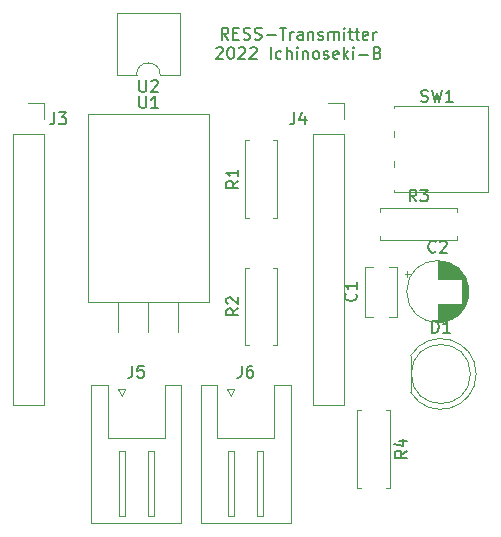
<source format=gbr>
%TF.GenerationSoftware,KiCad,Pcbnew,(5.1.9)-1*%
%TF.CreationDate,2022-07-22T01:31:31+09:00*%
%TF.ProjectId,Transmitter,5472616e-736d-4697-9474-65722e6b6963,rev?*%
%TF.SameCoordinates,Original*%
%TF.FileFunction,Legend,Top*%
%TF.FilePolarity,Positive*%
%FSLAX46Y46*%
G04 Gerber Fmt 4.6, Leading zero omitted, Abs format (unit mm)*
G04 Created by KiCad (PCBNEW (5.1.9)-1) date 2022-07-22 01:31:31*
%MOMM*%
%LPD*%
G01*
G04 APERTURE LIST*
%ADD10C,0.150000*%
%ADD11C,0.120000*%
G04 APERTURE END LIST*
D10*
X147106428Y-75827380D02*
X146773095Y-75351190D01*
X146535000Y-75827380D02*
X146535000Y-74827380D01*
X146915952Y-74827380D01*
X147011190Y-74875000D01*
X147058809Y-74922619D01*
X147106428Y-75017857D01*
X147106428Y-75160714D01*
X147058809Y-75255952D01*
X147011190Y-75303571D01*
X146915952Y-75351190D01*
X146535000Y-75351190D01*
X147535000Y-75303571D02*
X147868333Y-75303571D01*
X148011190Y-75827380D02*
X147535000Y-75827380D01*
X147535000Y-74827380D01*
X148011190Y-74827380D01*
X148392142Y-75779761D02*
X148535000Y-75827380D01*
X148773095Y-75827380D01*
X148868333Y-75779761D01*
X148915952Y-75732142D01*
X148963571Y-75636904D01*
X148963571Y-75541666D01*
X148915952Y-75446428D01*
X148868333Y-75398809D01*
X148773095Y-75351190D01*
X148582619Y-75303571D01*
X148487380Y-75255952D01*
X148439761Y-75208333D01*
X148392142Y-75113095D01*
X148392142Y-75017857D01*
X148439761Y-74922619D01*
X148487380Y-74875000D01*
X148582619Y-74827380D01*
X148820714Y-74827380D01*
X148963571Y-74875000D01*
X149344523Y-75779761D02*
X149487380Y-75827380D01*
X149725476Y-75827380D01*
X149820714Y-75779761D01*
X149868333Y-75732142D01*
X149915952Y-75636904D01*
X149915952Y-75541666D01*
X149868333Y-75446428D01*
X149820714Y-75398809D01*
X149725476Y-75351190D01*
X149535000Y-75303571D01*
X149439761Y-75255952D01*
X149392142Y-75208333D01*
X149344523Y-75113095D01*
X149344523Y-75017857D01*
X149392142Y-74922619D01*
X149439761Y-74875000D01*
X149535000Y-74827380D01*
X149773095Y-74827380D01*
X149915952Y-74875000D01*
X150344523Y-75446428D02*
X151106428Y-75446428D01*
X151439761Y-74827380D02*
X152011190Y-74827380D01*
X151725476Y-75827380D02*
X151725476Y-74827380D01*
X152344523Y-75827380D02*
X152344523Y-75160714D01*
X152344523Y-75351190D02*
X152392142Y-75255952D01*
X152439761Y-75208333D01*
X152535000Y-75160714D01*
X152630238Y-75160714D01*
X153392142Y-75827380D02*
X153392142Y-75303571D01*
X153344523Y-75208333D01*
X153249285Y-75160714D01*
X153058809Y-75160714D01*
X152963571Y-75208333D01*
X153392142Y-75779761D02*
X153296904Y-75827380D01*
X153058809Y-75827380D01*
X152963571Y-75779761D01*
X152915952Y-75684523D01*
X152915952Y-75589285D01*
X152963571Y-75494047D01*
X153058809Y-75446428D01*
X153296904Y-75446428D01*
X153392142Y-75398809D01*
X153868333Y-75160714D02*
X153868333Y-75827380D01*
X153868333Y-75255952D02*
X153915952Y-75208333D01*
X154011190Y-75160714D01*
X154154047Y-75160714D01*
X154249285Y-75208333D01*
X154296904Y-75303571D01*
X154296904Y-75827380D01*
X154725476Y-75779761D02*
X154820714Y-75827380D01*
X155011190Y-75827380D01*
X155106428Y-75779761D01*
X155154047Y-75684523D01*
X155154047Y-75636904D01*
X155106428Y-75541666D01*
X155011190Y-75494047D01*
X154868333Y-75494047D01*
X154773095Y-75446428D01*
X154725476Y-75351190D01*
X154725476Y-75303571D01*
X154773095Y-75208333D01*
X154868333Y-75160714D01*
X155011190Y-75160714D01*
X155106428Y-75208333D01*
X155582619Y-75827380D02*
X155582619Y-75160714D01*
X155582619Y-75255952D02*
X155630238Y-75208333D01*
X155725476Y-75160714D01*
X155868333Y-75160714D01*
X155963571Y-75208333D01*
X156011190Y-75303571D01*
X156011190Y-75827380D01*
X156011190Y-75303571D02*
X156058809Y-75208333D01*
X156154047Y-75160714D01*
X156296904Y-75160714D01*
X156392142Y-75208333D01*
X156439761Y-75303571D01*
X156439761Y-75827380D01*
X156915952Y-75827380D02*
X156915952Y-75160714D01*
X156915952Y-74827380D02*
X156868333Y-74875000D01*
X156915952Y-74922619D01*
X156963571Y-74875000D01*
X156915952Y-74827380D01*
X156915952Y-74922619D01*
X157249285Y-75160714D02*
X157630238Y-75160714D01*
X157392142Y-74827380D02*
X157392142Y-75684523D01*
X157439761Y-75779761D01*
X157535000Y-75827380D01*
X157630238Y-75827380D01*
X157820714Y-75160714D02*
X158201666Y-75160714D01*
X157963571Y-74827380D02*
X157963571Y-75684523D01*
X158011190Y-75779761D01*
X158106428Y-75827380D01*
X158201666Y-75827380D01*
X158915952Y-75779761D02*
X158820714Y-75827380D01*
X158630238Y-75827380D01*
X158535000Y-75779761D01*
X158487380Y-75684523D01*
X158487380Y-75303571D01*
X158535000Y-75208333D01*
X158630238Y-75160714D01*
X158820714Y-75160714D01*
X158915952Y-75208333D01*
X158963571Y-75303571D01*
X158963571Y-75398809D01*
X158487380Y-75494047D01*
X159392142Y-75827380D02*
X159392142Y-75160714D01*
X159392142Y-75351190D02*
X159439761Y-75255952D01*
X159487380Y-75208333D01*
X159582619Y-75160714D01*
X159677857Y-75160714D01*
X146082619Y-76572619D02*
X146130238Y-76525000D01*
X146225476Y-76477380D01*
X146463571Y-76477380D01*
X146558809Y-76525000D01*
X146606428Y-76572619D01*
X146654047Y-76667857D01*
X146654047Y-76763095D01*
X146606428Y-76905952D01*
X146035000Y-77477380D01*
X146654047Y-77477380D01*
X147273095Y-76477380D02*
X147368333Y-76477380D01*
X147463571Y-76525000D01*
X147511190Y-76572619D01*
X147558809Y-76667857D01*
X147606428Y-76858333D01*
X147606428Y-77096428D01*
X147558809Y-77286904D01*
X147511190Y-77382142D01*
X147463571Y-77429761D01*
X147368333Y-77477380D01*
X147273095Y-77477380D01*
X147177857Y-77429761D01*
X147130238Y-77382142D01*
X147082619Y-77286904D01*
X147035000Y-77096428D01*
X147035000Y-76858333D01*
X147082619Y-76667857D01*
X147130238Y-76572619D01*
X147177857Y-76525000D01*
X147273095Y-76477380D01*
X147987380Y-76572619D02*
X148035000Y-76525000D01*
X148130238Y-76477380D01*
X148368333Y-76477380D01*
X148463571Y-76525000D01*
X148511190Y-76572619D01*
X148558809Y-76667857D01*
X148558809Y-76763095D01*
X148511190Y-76905952D01*
X147939761Y-77477380D01*
X148558809Y-77477380D01*
X148939761Y-76572619D02*
X148987380Y-76525000D01*
X149082619Y-76477380D01*
X149320714Y-76477380D01*
X149415952Y-76525000D01*
X149463571Y-76572619D01*
X149511190Y-76667857D01*
X149511190Y-76763095D01*
X149463571Y-76905952D01*
X148892142Y-77477380D01*
X149511190Y-77477380D01*
X150701666Y-77477380D02*
X150701666Y-76477380D01*
X151606428Y-77429761D02*
X151511190Y-77477380D01*
X151320714Y-77477380D01*
X151225476Y-77429761D01*
X151177857Y-77382142D01*
X151130238Y-77286904D01*
X151130238Y-77001190D01*
X151177857Y-76905952D01*
X151225476Y-76858333D01*
X151320714Y-76810714D01*
X151511190Y-76810714D01*
X151606428Y-76858333D01*
X152035000Y-77477380D02*
X152035000Y-76477380D01*
X152463571Y-77477380D02*
X152463571Y-76953571D01*
X152415952Y-76858333D01*
X152320714Y-76810714D01*
X152177857Y-76810714D01*
X152082619Y-76858333D01*
X152035000Y-76905952D01*
X152939761Y-77477380D02*
X152939761Y-76810714D01*
X152939761Y-76477380D02*
X152892142Y-76525000D01*
X152939761Y-76572619D01*
X152987380Y-76525000D01*
X152939761Y-76477380D01*
X152939761Y-76572619D01*
X153415952Y-76810714D02*
X153415952Y-77477380D01*
X153415952Y-76905952D02*
X153463571Y-76858333D01*
X153558809Y-76810714D01*
X153701666Y-76810714D01*
X153796904Y-76858333D01*
X153844523Y-76953571D01*
X153844523Y-77477380D01*
X154463571Y-77477380D02*
X154368333Y-77429761D01*
X154320714Y-77382142D01*
X154273095Y-77286904D01*
X154273095Y-77001190D01*
X154320714Y-76905952D01*
X154368333Y-76858333D01*
X154463571Y-76810714D01*
X154606428Y-76810714D01*
X154701666Y-76858333D01*
X154749285Y-76905952D01*
X154796904Y-77001190D01*
X154796904Y-77286904D01*
X154749285Y-77382142D01*
X154701666Y-77429761D01*
X154606428Y-77477380D01*
X154463571Y-77477380D01*
X155177857Y-77429761D02*
X155273095Y-77477380D01*
X155463571Y-77477380D01*
X155558809Y-77429761D01*
X155606428Y-77334523D01*
X155606428Y-77286904D01*
X155558809Y-77191666D01*
X155463571Y-77144047D01*
X155320714Y-77144047D01*
X155225476Y-77096428D01*
X155177857Y-77001190D01*
X155177857Y-76953571D01*
X155225476Y-76858333D01*
X155320714Y-76810714D01*
X155463571Y-76810714D01*
X155558809Y-76858333D01*
X156415952Y-77429761D02*
X156320714Y-77477380D01*
X156130238Y-77477380D01*
X156035000Y-77429761D01*
X155987380Y-77334523D01*
X155987380Y-76953571D01*
X156035000Y-76858333D01*
X156130238Y-76810714D01*
X156320714Y-76810714D01*
X156415952Y-76858333D01*
X156463571Y-76953571D01*
X156463571Y-77048809D01*
X155987380Y-77144047D01*
X156892142Y-77477380D02*
X156892142Y-76477380D01*
X156987380Y-77096428D02*
X157273095Y-77477380D01*
X157273095Y-76810714D02*
X156892142Y-77191666D01*
X157701666Y-77477380D02*
X157701666Y-76810714D01*
X157701666Y-76477380D02*
X157654047Y-76525000D01*
X157701666Y-76572619D01*
X157749285Y-76525000D01*
X157701666Y-76477380D01*
X157701666Y-76572619D01*
X158177857Y-77096428D02*
X158939761Y-77096428D01*
X159749285Y-76953571D02*
X159892142Y-77001190D01*
X159939761Y-77048809D01*
X159987380Y-77144047D01*
X159987380Y-77286904D01*
X159939761Y-77382142D01*
X159892142Y-77429761D01*
X159796904Y-77477380D01*
X159415952Y-77477380D01*
X159415952Y-76477380D01*
X159749285Y-76477380D01*
X159844523Y-76525000D01*
X159892142Y-76572619D01*
X159939761Y-76667857D01*
X159939761Y-76763095D01*
X159892142Y-76858333D01*
X159844523Y-76905952D01*
X159749285Y-76953571D01*
X159415952Y-76953571D01*
D11*
%TO.C,J6*%
X148570000Y-116800000D02*
X144760000Y-116800000D01*
X144760000Y-116800000D02*
X144760000Y-105080000D01*
X144760000Y-105080000D02*
X146180000Y-105080000D01*
X146180000Y-105080000D02*
X146180000Y-109580000D01*
X146180000Y-109580000D02*
X148570000Y-109580000D01*
X148570000Y-116800000D02*
X152380000Y-116800000D01*
X152380000Y-116800000D02*
X152380000Y-105080000D01*
X152380000Y-105080000D02*
X150960000Y-105080000D01*
X150960000Y-105080000D02*
X150960000Y-109580000D01*
X150960000Y-109580000D02*
X148570000Y-109580000D01*
X147070000Y-110690000D02*
X147070000Y-116190000D01*
X147070000Y-116190000D02*
X147570000Y-116190000D01*
X147570000Y-116190000D02*
X147570000Y-110690000D01*
X147570000Y-110690000D02*
X147070000Y-110690000D01*
X149570000Y-110690000D02*
X149570000Y-116190000D01*
X149570000Y-116190000D02*
X150070000Y-116190000D01*
X150070000Y-116190000D02*
X150070000Y-110690000D01*
X150070000Y-110690000D02*
X149570000Y-110690000D01*
X147320000Y-105990000D02*
X147020000Y-105390000D01*
X147020000Y-105390000D02*
X147620000Y-105390000D01*
X147620000Y-105390000D02*
X147320000Y-105990000D01*
%TO.C,J3*%
X130175000Y-81220000D02*
X131505000Y-81220000D01*
X131505000Y-81220000D02*
X131505000Y-82550000D01*
X131505000Y-83820000D02*
X131505000Y-106740000D01*
X128845000Y-106740000D02*
X131505000Y-106740000D01*
X128845000Y-83820000D02*
X128845000Y-106740000D01*
X128845000Y-83820000D02*
X131505000Y-83820000D01*
%TO.C,J4*%
X154245000Y-83820000D02*
X156905000Y-83820000D01*
X154245000Y-83820000D02*
X154245000Y-106740000D01*
X154245000Y-106740000D02*
X156905000Y-106740000D01*
X156905000Y-83820000D02*
X156905000Y-106740000D01*
X156905000Y-81220000D02*
X156905000Y-82550000D01*
X155575000Y-81220000D02*
X156905000Y-81220000D01*
%TO.C,J5*%
X138370000Y-105390000D02*
X138070000Y-105990000D01*
X137770000Y-105390000D02*
X138370000Y-105390000D01*
X138070000Y-105990000D02*
X137770000Y-105390000D01*
X140820000Y-110690000D02*
X140320000Y-110690000D01*
X140820000Y-116190000D02*
X140820000Y-110690000D01*
X140320000Y-116190000D02*
X140820000Y-116190000D01*
X140320000Y-110690000D02*
X140320000Y-116190000D01*
X138320000Y-110690000D02*
X137820000Y-110690000D01*
X138320000Y-116190000D02*
X138320000Y-110690000D01*
X137820000Y-116190000D02*
X138320000Y-116190000D01*
X137820000Y-110690000D02*
X137820000Y-116190000D01*
X141710000Y-109580000D02*
X139320000Y-109580000D01*
X141710000Y-105080000D02*
X141710000Y-109580000D01*
X143130000Y-105080000D02*
X141710000Y-105080000D01*
X143130000Y-116800000D02*
X143130000Y-105080000D01*
X139320000Y-116800000D02*
X143130000Y-116800000D01*
X136930000Y-109580000D02*
X139320000Y-109580000D01*
X136930000Y-105080000D02*
X136930000Y-109580000D01*
X135510000Y-105080000D02*
X136930000Y-105080000D01*
X135510000Y-116800000D02*
X135510000Y-105080000D01*
X139320000Y-116800000D02*
X135510000Y-116800000D01*
%TO.C,SW1*%
X161170000Y-88740000D02*
X169120000Y-88740000D01*
X169120000Y-88740000D02*
X169120000Y-81440000D01*
X169120000Y-81440000D02*
X161170000Y-81440000D01*
X161170000Y-81440000D02*
X161170000Y-81590000D01*
X161170000Y-84090000D02*
X161170000Y-83590000D01*
X161170000Y-86590000D02*
X161170000Y-86090000D01*
X161170000Y-88740000D02*
X161170000Y-88590000D01*
%TO.C,R1*%
X151230000Y-84360000D02*
X150900000Y-84360000D01*
X151230000Y-90900000D02*
X151230000Y-84360000D01*
X150900000Y-90900000D02*
X151230000Y-90900000D01*
X148490000Y-84360000D02*
X148820000Y-84360000D01*
X148490000Y-90900000D02*
X148490000Y-84360000D01*
X148820000Y-90900000D02*
X148490000Y-90900000D01*
%TO.C,R2*%
X151230000Y-95155000D02*
X150900000Y-95155000D01*
X151230000Y-101695000D02*
X151230000Y-95155000D01*
X150900000Y-101695000D02*
X151230000Y-101695000D01*
X148490000Y-95155000D02*
X148820000Y-95155000D01*
X148490000Y-101695000D02*
X148490000Y-95155000D01*
X148820000Y-101695000D02*
X148490000Y-101695000D01*
%TO.C,R3*%
X166465000Y-92810000D02*
X166465000Y-92480000D01*
X159925000Y-92810000D02*
X166465000Y-92810000D01*
X159925000Y-92480000D02*
X159925000Y-92810000D01*
X166465000Y-90070000D02*
X166465000Y-90400000D01*
X159925000Y-90070000D02*
X166465000Y-90070000D01*
X159925000Y-90400000D02*
X159925000Y-90070000D01*
%TO.C,D1*%
X167600000Y-104140000D02*
G75*
G03*
X167600000Y-104140000I-2500000J0D01*
G01*
X162540000Y-102595000D02*
X162540000Y-105685000D01*
X168090000Y-104140462D02*
G75*
G03*
X162540000Y-102595170I-2990000J462D01*
G01*
X168090000Y-104139538D02*
G75*
G02*
X162540000Y-105684830I-2990000J-462D01*
G01*
%TO.C,R4*%
X160425000Y-107220000D02*
X160755000Y-107220000D01*
X160755000Y-107220000D02*
X160755000Y-113760000D01*
X160755000Y-113760000D02*
X160425000Y-113760000D01*
X158345000Y-107220000D02*
X158015000Y-107220000D01*
X158015000Y-107220000D02*
X158015000Y-113760000D01*
X158015000Y-113760000D02*
X158345000Y-113760000D01*
%TO.C,U2*%
X141335000Y-78800000D02*
X142985000Y-78800000D01*
X142985000Y-78800000D02*
X142985000Y-73600000D01*
X142985000Y-73600000D02*
X137685000Y-73600000D01*
X137685000Y-73600000D02*
X137685000Y-78800000D01*
X137685000Y-78800000D02*
X139335000Y-78800000D01*
X139335000Y-78800000D02*
G75*
G02*
X141335000Y-78800000I1000000J0D01*
G01*
%TO.C,U1*%
X142875000Y-98060000D02*
X142875000Y-100600000D01*
X140335000Y-98060000D02*
X140335000Y-100600000D01*
X137795000Y-98060000D02*
X137795000Y-100600000D01*
X145455000Y-82170000D02*
X145455000Y-98060000D01*
X135215000Y-82170000D02*
X135215000Y-98060000D01*
X135215000Y-82170000D02*
X145455000Y-82170000D01*
X135215000Y-98060000D02*
X145455000Y-98060000D01*
%TO.C,C1*%
X158650000Y-99295000D02*
X158650000Y-95055000D01*
X161390000Y-99295000D02*
X161390000Y-95055000D01*
X158650000Y-99295000D02*
X159355000Y-99295000D01*
X160685000Y-99295000D02*
X161390000Y-99295000D01*
X158650000Y-95055000D02*
X159355000Y-95055000D01*
X160685000Y-95055000D02*
X161390000Y-95055000D01*
%TO.C,C2*%
X167450000Y-97155000D02*
G75*
G03*
X167450000Y-97155000I-2620000J0D01*
G01*
X164830000Y-98195000D02*
X164830000Y-99735000D01*
X164830000Y-94575000D02*
X164830000Y-96115000D01*
X164870000Y-98195000D02*
X164870000Y-99735000D01*
X164870000Y-94575000D02*
X164870000Y-96115000D01*
X164910000Y-94576000D02*
X164910000Y-96115000D01*
X164910000Y-98195000D02*
X164910000Y-99734000D01*
X164950000Y-94577000D02*
X164950000Y-96115000D01*
X164950000Y-98195000D02*
X164950000Y-99733000D01*
X164990000Y-94579000D02*
X164990000Y-96115000D01*
X164990000Y-98195000D02*
X164990000Y-99731000D01*
X165030000Y-94582000D02*
X165030000Y-96115000D01*
X165030000Y-98195000D02*
X165030000Y-99728000D01*
X165070000Y-94586000D02*
X165070000Y-96115000D01*
X165070000Y-98195000D02*
X165070000Y-99724000D01*
X165110000Y-94590000D02*
X165110000Y-96115000D01*
X165110000Y-98195000D02*
X165110000Y-99720000D01*
X165150000Y-94594000D02*
X165150000Y-96115000D01*
X165150000Y-98195000D02*
X165150000Y-99716000D01*
X165190000Y-94599000D02*
X165190000Y-96115000D01*
X165190000Y-98195000D02*
X165190000Y-99711000D01*
X165230000Y-94605000D02*
X165230000Y-96115000D01*
X165230000Y-98195000D02*
X165230000Y-99705000D01*
X165270000Y-94612000D02*
X165270000Y-96115000D01*
X165270000Y-98195000D02*
X165270000Y-99698000D01*
X165310000Y-94619000D02*
X165310000Y-96115000D01*
X165310000Y-98195000D02*
X165310000Y-99691000D01*
X165350000Y-94627000D02*
X165350000Y-96115000D01*
X165350000Y-98195000D02*
X165350000Y-99683000D01*
X165390000Y-94635000D02*
X165390000Y-96115000D01*
X165390000Y-98195000D02*
X165390000Y-99675000D01*
X165430000Y-94644000D02*
X165430000Y-96115000D01*
X165430000Y-98195000D02*
X165430000Y-99666000D01*
X165470000Y-94654000D02*
X165470000Y-96115000D01*
X165470000Y-98195000D02*
X165470000Y-99656000D01*
X165510000Y-94664000D02*
X165510000Y-96115000D01*
X165510000Y-98195000D02*
X165510000Y-99646000D01*
X165551000Y-94675000D02*
X165551000Y-96115000D01*
X165551000Y-98195000D02*
X165551000Y-99635000D01*
X165591000Y-94687000D02*
X165591000Y-96115000D01*
X165591000Y-98195000D02*
X165591000Y-99623000D01*
X165631000Y-94700000D02*
X165631000Y-96115000D01*
X165631000Y-98195000D02*
X165631000Y-99610000D01*
X165671000Y-94713000D02*
X165671000Y-96115000D01*
X165671000Y-98195000D02*
X165671000Y-99597000D01*
X165711000Y-94727000D02*
X165711000Y-96115000D01*
X165711000Y-98195000D02*
X165711000Y-99583000D01*
X165751000Y-94741000D02*
X165751000Y-96115000D01*
X165751000Y-98195000D02*
X165751000Y-99569000D01*
X165791000Y-94757000D02*
X165791000Y-96115000D01*
X165791000Y-98195000D02*
X165791000Y-99553000D01*
X165831000Y-94773000D02*
X165831000Y-96115000D01*
X165831000Y-98195000D02*
X165831000Y-99537000D01*
X165871000Y-94790000D02*
X165871000Y-96115000D01*
X165871000Y-98195000D02*
X165871000Y-99520000D01*
X165911000Y-94807000D02*
X165911000Y-96115000D01*
X165911000Y-98195000D02*
X165911000Y-99503000D01*
X165951000Y-94826000D02*
X165951000Y-96115000D01*
X165951000Y-98195000D02*
X165951000Y-99484000D01*
X165991000Y-94845000D02*
X165991000Y-96115000D01*
X165991000Y-98195000D02*
X165991000Y-99465000D01*
X166031000Y-94865000D02*
X166031000Y-96115000D01*
X166031000Y-98195000D02*
X166031000Y-99445000D01*
X166071000Y-94887000D02*
X166071000Y-96115000D01*
X166071000Y-98195000D02*
X166071000Y-99423000D01*
X166111000Y-94908000D02*
X166111000Y-96115000D01*
X166111000Y-98195000D02*
X166111000Y-99402000D01*
X166151000Y-94931000D02*
X166151000Y-96115000D01*
X166151000Y-98195000D02*
X166151000Y-99379000D01*
X166191000Y-94955000D02*
X166191000Y-96115000D01*
X166191000Y-98195000D02*
X166191000Y-99355000D01*
X166231000Y-94980000D02*
X166231000Y-96115000D01*
X166231000Y-98195000D02*
X166231000Y-99330000D01*
X166271000Y-95006000D02*
X166271000Y-96115000D01*
X166271000Y-98195000D02*
X166271000Y-99304000D01*
X166311000Y-95033000D02*
X166311000Y-96115000D01*
X166311000Y-98195000D02*
X166311000Y-99277000D01*
X166351000Y-95060000D02*
X166351000Y-96115000D01*
X166351000Y-98195000D02*
X166351000Y-99250000D01*
X166391000Y-95090000D02*
X166391000Y-96115000D01*
X166391000Y-98195000D02*
X166391000Y-99220000D01*
X166431000Y-95120000D02*
X166431000Y-96115000D01*
X166431000Y-98195000D02*
X166431000Y-99190000D01*
X166471000Y-95151000D02*
X166471000Y-96115000D01*
X166471000Y-98195000D02*
X166471000Y-99159000D01*
X166511000Y-95184000D02*
X166511000Y-96115000D01*
X166511000Y-98195000D02*
X166511000Y-99126000D01*
X166551000Y-95218000D02*
X166551000Y-96115000D01*
X166551000Y-98195000D02*
X166551000Y-99092000D01*
X166591000Y-95254000D02*
X166591000Y-96115000D01*
X166591000Y-98195000D02*
X166591000Y-99056000D01*
X166631000Y-95291000D02*
X166631000Y-96115000D01*
X166631000Y-98195000D02*
X166631000Y-99019000D01*
X166671000Y-95329000D02*
X166671000Y-96115000D01*
X166671000Y-98195000D02*
X166671000Y-98981000D01*
X166711000Y-95370000D02*
X166711000Y-96115000D01*
X166711000Y-98195000D02*
X166711000Y-98940000D01*
X166751000Y-95412000D02*
X166751000Y-96115000D01*
X166751000Y-98195000D02*
X166751000Y-98898000D01*
X166791000Y-95456000D02*
X166791000Y-96115000D01*
X166791000Y-98195000D02*
X166791000Y-98854000D01*
X166831000Y-95502000D02*
X166831000Y-96115000D01*
X166831000Y-98195000D02*
X166831000Y-98808000D01*
X166871000Y-95550000D02*
X166871000Y-98760000D01*
X166911000Y-95601000D02*
X166911000Y-98709000D01*
X166951000Y-95655000D02*
X166951000Y-98655000D01*
X166991000Y-95712000D02*
X166991000Y-98598000D01*
X167031000Y-95772000D02*
X167031000Y-98538000D01*
X167071000Y-95836000D02*
X167071000Y-98474000D01*
X167111000Y-95904000D02*
X167111000Y-98406000D01*
X167151000Y-95977000D02*
X167151000Y-98333000D01*
X167191000Y-96057000D02*
X167191000Y-98253000D01*
X167231000Y-96144000D02*
X167231000Y-98166000D01*
X167271000Y-96240000D02*
X167271000Y-98070000D01*
X167311000Y-96350000D02*
X167311000Y-97960000D01*
X167351000Y-96478000D02*
X167351000Y-97832000D01*
X167391000Y-96637000D02*
X167391000Y-97673000D01*
X167431000Y-96871000D02*
X167431000Y-97439000D01*
X162025225Y-95680000D02*
X162525225Y-95680000D01*
X162275225Y-95430000D02*
X162275225Y-95930000D01*
%TO.C,J6*%
D10*
X148236666Y-103442380D02*
X148236666Y-104156666D01*
X148189047Y-104299523D01*
X148093809Y-104394761D01*
X147950952Y-104442380D01*
X147855714Y-104442380D01*
X149141428Y-103442380D02*
X148950952Y-103442380D01*
X148855714Y-103490000D01*
X148808095Y-103537619D01*
X148712857Y-103680476D01*
X148665238Y-103870952D01*
X148665238Y-104251904D01*
X148712857Y-104347142D01*
X148760476Y-104394761D01*
X148855714Y-104442380D01*
X149046190Y-104442380D01*
X149141428Y-104394761D01*
X149189047Y-104347142D01*
X149236666Y-104251904D01*
X149236666Y-104013809D01*
X149189047Y-103918571D01*
X149141428Y-103870952D01*
X149046190Y-103823333D01*
X148855714Y-103823333D01*
X148760476Y-103870952D01*
X148712857Y-103918571D01*
X148665238Y-104013809D01*
%TO.C,J3*%
X132381666Y-82002380D02*
X132381666Y-82716666D01*
X132334047Y-82859523D01*
X132238809Y-82954761D01*
X132095952Y-83002380D01*
X132000714Y-83002380D01*
X132762619Y-82002380D02*
X133381666Y-82002380D01*
X133048333Y-82383333D01*
X133191190Y-82383333D01*
X133286428Y-82430952D01*
X133334047Y-82478571D01*
X133381666Y-82573809D01*
X133381666Y-82811904D01*
X133334047Y-82907142D01*
X133286428Y-82954761D01*
X133191190Y-83002380D01*
X132905476Y-83002380D01*
X132810238Y-82954761D01*
X132762619Y-82907142D01*
%TO.C,J4*%
X152701666Y-82002380D02*
X152701666Y-82716666D01*
X152654047Y-82859523D01*
X152558809Y-82954761D01*
X152415952Y-83002380D01*
X152320714Y-83002380D01*
X153606428Y-82335714D02*
X153606428Y-83002380D01*
X153368333Y-81954761D02*
X153130238Y-82669047D01*
X153749285Y-82669047D01*
%TO.C,J5*%
X138986666Y-103442380D02*
X138986666Y-104156666D01*
X138939047Y-104299523D01*
X138843809Y-104394761D01*
X138700952Y-104442380D01*
X138605714Y-104442380D01*
X139939047Y-103442380D02*
X139462857Y-103442380D01*
X139415238Y-103918571D01*
X139462857Y-103870952D01*
X139558095Y-103823333D01*
X139796190Y-103823333D01*
X139891428Y-103870952D01*
X139939047Y-103918571D01*
X139986666Y-104013809D01*
X139986666Y-104251904D01*
X139939047Y-104347142D01*
X139891428Y-104394761D01*
X139796190Y-104442380D01*
X139558095Y-104442380D01*
X139462857Y-104394761D01*
X139415238Y-104347142D01*
%TO.C,SW1*%
X163436666Y-81044761D02*
X163579523Y-81092380D01*
X163817619Y-81092380D01*
X163912857Y-81044761D01*
X163960476Y-80997142D01*
X164008095Y-80901904D01*
X164008095Y-80806666D01*
X163960476Y-80711428D01*
X163912857Y-80663809D01*
X163817619Y-80616190D01*
X163627142Y-80568571D01*
X163531904Y-80520952D01*
X163484285Y-80473333D01*
X163436666Y-80378095D01*
X163436666Y-80282857D01*
X163484285Y-80187619D01*
X163531904Y-80140000D01*
X163627142Y-80092380D01*
X163865238Y-80092380D01*
X164008095Y-80140000D01*
X164341428Y-80092380D02*
X164579523Y-81092380D01*
X164770000Y-80378095D01*
X164960476Y-81092380D01*
X165198571Y-80092380D01*
X166103333Y-81092380D02*
X165531904Y-81092380D01*
X165817619Y-81092380D02*
X165817619Y-80092380D01*
X165722380Y-80235238D01*
X165627142Y-80330476D01*
X165531904Y-80378095D01*
%TO.C,R1*%
X147942380Y-87796666D02*
X147466190Y-88130000D01*
X147942380Y-88368095D02*
X146942380Y-88368095D01*
X146942380Y-87987142D01*
X146990000Y-87891904D01*
X147037619Y-87844285D01*
X147132857Y-87796666D01*
X147275714Y-87796666D01*
X147370952Y-87844285D01*
X147418571Y-87891904D01*
X147466190Y-87987142D01*
X147466190Y-88368095D01*
X147942380Y-86844285D02*
X147942380Y-87415714D01*
X147942380Y-87130000D02*
X146942380Y-87130000D01*
X147085238Y-87225238D01*
X147180476Y-87320476D01*
X147228095Y-87415714D01*
%TO.C,R2*%
X147942380Y-98591666D02*
X147466190Y-98925000D01*
X147942380Y-99163095D02*
X146942380Y-99163095D01*
X146942380Y-98782142D01*
X146990000Y-98686904D01*
X147037619Y-98639285D01*
X147132857Y-98591666D01*
X147275714Y-98591666D01*
X147370952Y-98639285D01*
X147418571Y-98686904D01*
X147466190Y-98782142D01*
X147466190Y-99163095D01*
X147037619Y-98210714D02*
X146990000Y-98163095D01*
X146942380Y-98067857D01*
X146942380Y-97829761D01*
X146990000Y-97734523D01*
X147037619Y-97686904D01*
X147132857Y-97639285D01*
X147228095Y-97639285D01*
X147370952Y-97686904D01*
X147942380Y-98258333D01*
X147942380Y-97639285D01*
%TO.C,R3*%
X163028333Y-89522380D02*
X162695000Y-89046190D01*
X162456904Y-89522380D02*
X162456904Y-88522380D01*
X162837857Y-88522380D01*
X162933095Y-88570000D01*
X162980714Y-88617619D01*
X163028333Y-88712857D01*
X163028333Y-88855714D01*
X162980714Y-88950952D01*
X162933095Y-88998571D01*
X162837857Y-89046190D01*
X162456904Y-89046190D01*
X163361666Y-88522380D02*
X163980714Y-88522380D01*
X163647380Y-88903333D01*
X163790238Y-88903333D01*
X163885476Y-88950952D01*
X163933095Y-88998571D01*
X163980714Y-89093809D01*
X163980714Y-89331904D01*
X163933095Y-89427142D01*
X163885476Y-89474761D01*
X163790238Y-89522380D01*
X163504523Y-89522380D01*
X163409285Y-89474761D01*
X163361666Y-89427142D01*
%TO.C,D1*%
X164361904Y-100632380D02*
X164361904Y-99632380D01*
X164600000Y-99632380D01*
X164742857Y-99680000D01*
X164838095Y-99775238D01*
X164885714Y-99870476D01*
X164933333Y-100060952D01*
X164933333Y-100203809D01*
X164885714Y-100394285D01*
X164838095Y-100489523D01*
X164742857Y-100584761D01*
X164600000Y-100632380D01*
X164361904Y-100632380D01*
X165885714Y-100632380D02*
X165314285Y-100632380D01*
X165600000Y-100632380D02*
X165600000Y-99632380D01*
X165504761Y-99775238D01*
X165409523Y-99870476D01*
X165314285Y-99918095D01*
%TO.C,R4*%
X162207380Y-110656666D02*
X161731190Y-110990000D01*
X162207380Y-111228095D02*
X161207380Y-111228095D01*
X161207380Y-110847142D01*
X161255000Y-110751904D01*
X161302619Y-110704285D01*
X161397857Y-110656666D01*
X161540714Y-110656666D01*
X161635952Y-110704285D01*
X161683571Y-110751904D01*
X161731190Y-110847142D01*
X161731190Y-111228095D01*
X161540714Y-109799523D02*
X162207380Y-109799523D01*
X161159761Y-110037619D02*
X161874047Y-110275714D01*
X161874047Y-109656666D01*
%TO.C,U2*%
X139573095Y-79252380D02*
X139573095Y-80061904D01*
X139620714Y-80157142D01*
X139668333Y-80204761D01*
X139763571Y-80252380D01*
X139954047Y-80252380D01*
X140049285Y-80204761D01*
X140096904Y-80157142D01*
X140144523Y-80061904D01*
X140144523Y-79252380D01*
X140573095Y-79347619D02*
X140620714Y-79300000D01*
X140715952Y-79252380D01*
X140954047Y-79252380D01*
X141049285Y-79300000D01*
X141096904Y-79347619D01*
X141144523Y-79442857D01*
X141144523Y-79538095D01*
X141096904Y-79680952D01*
X140525476Y-80252380D01*
X141144523Y-80252380D01*
%TO.C,U1*%
X139573095Y-80622380D02*
X139573095Y-81431904D01*
X139620714Y-81527142D01*
X139668333Y-81574761D01*
X139763571Y-81622380D01*
X139954047Y-81622380D01*
X140049285Y-81574761D01*
X140096904Y-81527142D01*
X140144523Y-81431904D01*
X140144523Y-80622380D01*
X141144523Y-81622380D02*
X140573095Y-81622380D01*
X140858809Y-81622380D02*
X140858809Y-80622380D01*
X140763571Y-80765238D01*
X140668333Y-80860476D01*
X140573095Y-80908095D01*
%TO.C,C1*%
X157877142Y-97341666D02*
X157924761Y-97389285D01*
X157972380Y-97532142D01*
X157972380Y-97627380D01*
X157924761Y-97770238D01*
X157829523Y-97865476D01*
X157734285Y-97913095D01*
X157543809Y-97960714D01*
X157400952Y-97960714D01*
X157210476Y-97913095D01*
X157115238Y-97865476D01*
X157020000Y-97770238D01*
X156972380Y-97627380D01*
X156972380Y-97532142D01*
X157020000Y-97389285D01*
X157067619Y-97341666D01*
X157972380Y-96389285D02*
X157972380Y-96960714D01*
X157972380Y-96675000D02*
X156972380Y-96675000D01*
X157115238Y-96770238D01*
X157210476Y-96865476D01*
X157258095Y-96960714D01*
%TO.C,C2*%
X164663333Y-93762142D02*
X164615714Y-93809761D01*
X164472857Y-93857380D01*
X164377619Y-93857380D01*
X164234761Y-93809761D01*
X164139523Y-93714523D01*
X164091904Y-93619285D01*
X164044285Y-93428809D01*
X164044285Y-93285952D01*
X164091904Y-93095476D01*
X164139523Y-93000238D01*
X164234761Y-92905000D01*
X164377619Y-92857380D01*
X164472857Y-92857380D01*
X164615714Y-92905000D01*
X164663333Y-92952619D01*
X165044285Y-92952619D02*
X165091904Y-92905000D01*
X165187142Y-92857380D01*
X165425238Y-92857380D01*
X165520476Y-92905000D01*
X165568095Y-92952619D01*
X165615714Y-93047857D01*
X165615714Y-93143095D01*
X165568095Y-93285952D01*
X164996666Y-93857380D01*
X165615714Y-93857380D01*
%TD*%
M02*

</source>
